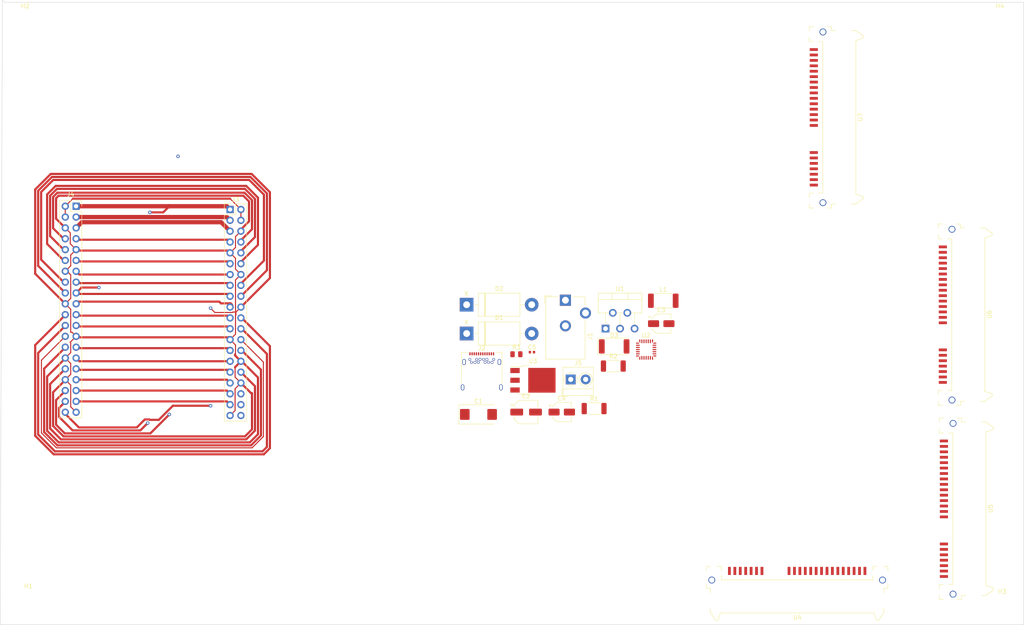
<source format=kicad_pcb>
(kicad_pcb (version 20211014) (generator pcbnew)
  (layers (0 "F.Cu" signal) (31 "B.Cu" signal) (34 "B.Paste" user) (35 "F.Paste" user) (36 "B.SilkS" user "B.Silkscreen") (37 "F.SilkS" user "F.Silkscreen") (38 "B.Mask" user) (39 "F.Mask" user) (44 "Edge.Cuts" user))
  (net 0 "")
  (net 1 "Net-(C1-Pad1)")
  (net 2 "GND")
  (net 3 "+5V")
  (net 4 "+12V")
  (net 5 "Net-(D1-Pad2)")
  (net 6 "Net-(D2-Pad1)")
  (net 7 "Net-(D3-Pad2)")
  (net 10 "Net-(J2-PadA5)")
  (net 11 "Net-(J2-PadA6)")
  (net 12 "Net-(J2-PadA7)")
  (net 18 "Net-(J2-PadB5)")
  (net 22 "+3.3V")
  (net 23 "5V")
  (net 24 "GPIO2_SDA1")
  (net 25 "GPIO3_SCL1")
  (net 26 "GPIO4_GPIO_GCLK")
  (net 27 "GPIO14_TXD0")
  (net 28 "GPIO15_RXD0")
  (net 29 "GPIO17_GEN0")
  (net 30 "GPIO18_GEN1")
  (net 31 "GPIO27_GEN2")
  (net 32 "GPIO22_GEN3")
  (net 33 "GPIO23_GEN4")
  (net 34 "GPIO24_GEN5")
  (net 35 "GPIO10_SPI_MOSI")
  (net 36 "GPIO9_SPI_MISO")
  (net 37 "GPIO25_GEN6")
  (net 38 "GPIO11_SPI_SCLK")
  (net 39 "GPIO8_SPI_CE0_N")
  (net 40 "GPIO7_SPI_CE1_N")
  (net 41 "ID_SD")
  (net 42 "ID_SC")
  (net 43 "GPIO5")
  (net 44 "GPIO6")
  (net 45 "GPIO12")
  (net 46 "GPIO13")
  (net 47 "GPIO19")
  (net 48 "+3V3")
  (net 49 "GPIO26")
  (net 52 "GPIO16")
  (net 53 "GPIO20")
  (net 54 "GPIO21")
  (net 56 "Net-(U2-Pad2)")
  (net 57 "Net-(U2-Pad3)")
  (net 58 "Net-(U2-Pad4)")
  (net 59 "Net-(U2-Pad5)")
  (net 60 "Net-(U2-Pad6)")
  (net 61 "Net-(U2-Pad7)")
  (net 62 "Net-(U2-Pad8)")
  (net 63 "Net-(U2-Pad9)")
  (net 64 "Net-(U2-Pad14)")
  (net 65 "Net-(U2-Pad15)")
  (net 66 "Net-(U2-Pad16)")
  (net 67 "Net-(U2-Pad17)")
  (net 68 "Net-(U2-Pad18)")
  (net 69 "Net-(U2-Pad19)")
  (net 70 "Net-(U2-Pad20)")
  (net 71 "Net-(U2-Pad21)")
  (footprint "MountingHole:MountingHole_2.2mm_M2" (layer "F.Cu") (at 30.226 18.796)
    (fp_text reference "H2")
    (fp_text value "MountingHole")
  )
  (footprint "Diode_THT:D_DO-201AD_P15.24mm_Horizontal" (layer "F.Cu") (at 133.647 92.304)
    (fp_text reference "D1")
    (fp_text value "1N5400")
  )
  (footprint "MountingHole:MountingHole_2.2mm_M2" (layer "F.Cu") (at 259.08 155.956)
    (fp_text reference "H3")
    (fp_text value "MountingHole")
  )
  (footprint "Capacitor_SMD:CP_Elec_5x5.8" (layer "F.Cu") (at 147.577 110.704)
    (fp_text reference "C2")
    (fp_text value "220uF")
  )
  (footprint "MountingHole:MountingHole_2.2mm_M2" (layer "F.Cu") (at 258.572 18.796)
    (fp_text reference "H4")
    (fp_text value "MountingHole")
  )
  (footprint "Connector_SATA_SAS:SATA_Amphenol_10029364-001LF_Horizontal" (layer "F.Cu") (at 246.194 87.884 -90)
    (fp_text reference "U6")
    (fp_text value "sata")
  )
  (footprint "Connector_PinHeader_2.54mm:PinHeader_2x20_P2.54mm_Vertical" (layer "F.Cu") (at 78.232 63.246)
    (fp_text reference "J3")
    (fp_text value "Connector_Generic_Conn_02x20_Odd_Even")
  )
  (footprint "TerminalBlock_MetzConnect:TerminalBlock_MetzConnect_Type059_RT06302HBWC_1x02_P3.50mm_Horizontal" (layer "F.Cu") (at 158.027 103.054)
    (fp_text reference "J5")
    (fp_text value "Screw_Terminal_01x02")
  )
  (footprint "Diode_THT:D_DO-201AD_P15.24mm_Horizontal" (layer "F.Cu") (at 133.647 85.554)
    (fp_text reference "D2")
    (fp_text value "1N5822")
  )
  (footprint "Capacitor_Tantalum_SMD:CP_EIA-7343-43_Kemet-X_Pad2.25x2.55mm_HandSolder" (layer "F.Cu") (at 136.417 111.254)
    (fp_text reference "C1")
    (fp_text value "680uF")
  )
  (footprint "Connector_USB:USB_C_Receptacle_Amphenol_12401548E4-2A" (layer "F.Cu") (at 137.187 102.074)
    (fp_text reference "J2")
    (fp_text value "USB_C_Receptacle")
  )
  (footprint "Package_TO_SOT_THT:TO-220-5_P3.4x3.7mm_StaggerOdd_Lead3.8mm_Vertical" (layer "F.Cu") (at 166.187 91.154)
    (fp_text reference "U1")
    (fp_text value "LM2596T-5")
  )
  (footprint "Package_TO_SOT_SMD:TO-252-3_TabPin2" (layer "F.Cu") (at 149.177 103.254)
    (fp_text reference "U3")
    (fp_text value "LM1117-3.3")
  )
  (footprint "Resistor_SMD:R_2010_5025Metric" (layer "F.Cu") (at 168.007 99.924)
    (fp_text reference "R2")
    (fp_text value "5.1K")
  )
  (footprint "Capacitor_SMD:C_0402_1005Metric" (layer "F.Cu") (at 148.947 96.664)
    (fp_text reference "C5")
    (fp_text value "0.1uF")
  )
  (footprint "Resistor_SMD:R_2010_5025Metric" (layer "F.Cu") (at 163.507 109.884)
    (fp_text reference "R1")
    (fp_text value "5.1K")
  )
  (footprint "Connector_SATA_SAS:SATA_Amphenol_10029364-001LF_Horizontal" (layer "F.Cu") (at 211.074 148.912 180)
    (fp_text reference "U4")
    (fp_text value "sata")
  )
  (footprint "Capacitor_SMD:CP_Elec_4x3" (layer "F.Cu") (at 179.237 89.994)
    (fp_text reference "C3")
    (fp_text value "10uF/50V")
  )
  (footprint "Inductor_SMD:L_2512_6332Metric" (layer "F.Cu") (at 179.707 84.624)
    (fp_text reference "L1")
    (fp_text value "33uH")
  )
  (footprint "Capacitor_SMD:CP_Elec_4x4.5" (layer "F.Cu") (at 155.927 110.704)
    (fp_text reference "C4")
    (fp_text value "22uF/50V")
  )
  (footprint "Connector_SATA_SAS:SATA_Amphenol_10029364-001LF_Horizontal" (layer "F.Cu") (at 246.448 133.35 -90)
    (fp_text reference "U5")
    (fp_text value "sata")
  )
  (footprint "Resistor_SMD:R_0805_2012Metric" (layer "F.Cu") (at 145.307 97.154)
    (fp_text reference "R3")
    (fp_text value "220ohms")
  )
  (footprint "LED_SMD:LED_2512_6332Metric" (layer "F.Cu") (at 168.207 95.324)
    (fp_text reference "D3")
    (fp_text value "LED")
  )
  (footprint "Package_DFN_QFN:QFN-28_4x4mm_P0.5mm" (layer "F.Cu") (at 175.697 96.064)
    (fp_text reference "U2")
    (fp_text value "MAX14661ETI_")
  )
  (footprint "Connector_SATA_SAS:SATA_Amphenol_10029364-001LF_Horizontal" (layer "F.Cu") (at 215.968 41.656 -90)
    (fp_text reference "U7")
    (fp_text value "sata")
  )
  (footprint "Connector_PinSocket_2.54mm:PinSocket_2x20_P2.54mm_Vertical" (layer "F.Cu") (at 42.164 62.484)
    (fp_text reference "J4")
    (fp_text value "Connector_Generic_Conn_02x20_Odd_Even")
  )
  (footprint "Connector_BarrelJack:BarrelJack_CUI_PJ-102AH_Horizontal" (layer "F.Cu") (at 156.787 84.504)
    (fp_text reference "J1")
    (fp_text value "Barrel_Jack_Switch")
  )
  (footprint "MountingHole:MountingHole_2.2mm_M2" (layer "F.Cu") (at 30.988 154.686)
    (fp_text reference "H1")
    (fp_text value "MountingHole")
  )
  (gr_poly (pts (xy 25.4 14.732) (xy 264.16 14.732) (xy 264.16 160.528) (xy 24.384 160.528) (xy 24.892 14.224)) (layer "Edge.Cuts") (width 0.1) (fill none))
  (segment (start 79.597489 87.280511) (end 78.835489 87.280511) (width 0.25) (layer "F.Cu") (net 2))
  (segment (start 39.624 103.124) (end 40.894 101.854) (width 0.25) (layer "F.Cu") (net 2))
  (segment (start 41.218089 92.018089) (end 40.894 92.018089) (width 0.25) (layer "F.Cu") (net 2))
  (segment (start 79.406511 102.520511) (end 80.772 103.886) (width 0.25) (layer "F.Cu") (net 2))
  (segment (start 40.894 92.018089) (end 40.894 86.614) (width 0.25) (layer "F.Cu") (net 2))
  (segment (start 87.560669 79.317331) (end 80.772 86.106) (width 0.5) (layer "F.Cu") (net 2))
  (segment (start 79.597489 87.979489) (end 79.502 87.884) (width 0.25) (layer "F.Cu") (net 2))
  (segment (start 40.894 109.474) (end 40.894 104.394) (width 0.25) (layer "F.Cu") (net 2))
  (segment (start 42.164 92.964) (end 41.218089 92.018089) (width 0.25) (layer "F.Cu") (net 2))
  (segment (start 77.8918 72.8726) (end 78.125 73.1058) (width 0.5) (layer "F.Cu") (net 2))
  (segment (start 42.164 110.744) (end 40.894 109.474) (width 0.25) (layer "F.Cu") (net 2))
  (segment (start 40.894 96.774) (end 40.894 94.500222) (width 0.25) (layer "F.Cu") (net 2))
  (segment (start 79.406511 97.440511) (end 79.406511 97.186511) (width 0.5) (layer "F.Cu") (net 2))
  (segment (start 38.056681 60.014049) (end 81.32332 60.01405) (width 0.5) (layer "F.Cu") (net 2))
  (segment (start 36.223436 54.922404) (end 83.290214 54.922404) (width 0.5) (layer "F.Cu") (net 2))
  (segment (start 87.560669 59.192859) (end 87.560669 79.317331) (width 0.5) (layer "F.Cu") (net 2))
  (segment (start 40.894 73.914) (end 42.164 72.644) (width 0.25) (layer "F.Cu") (net 2))
  (segment (start 40.894 86.614) (end 39.624 85.344) (width 0.25) (layer "F.Cu") (net 2))
  (segment (start 79.502 87.884) (end 79.502 92.456) (width 0.25) (layer "F.Cu") (net 2))
  (segment (start 79.502 94.996) (end 79.502 97.091022) (width 0.25) (layer "F.Cu") (net 2))
  (segment (start 81.32332 60.01405) (end 82.664031 61.354761) (width 0.5) (layer "F.Cu") (net 2))
  (segment (start 39.4716 103.3526) (end 36.773051 106.051149) (width 0.5) (layer "F.Cu") (net 2))
  (segment (start 40.798511 71.278511) (end 40.798511 68.738511) (width 0.25) (layer "F.Cu") (net 2))
  (segment (start 77.8918 93.1926) (end 78.125 93.4258) (width 0.5) (layer "F.Cu") (net 2))
  (segment (start 79.406511 105.251489) (end 79.406511 110.331489) (width 0.25) (layer "F.Cu") (net 2))
  (segment (start 37.47257 60.59816) (end 38.056681 60.014049) (width 0.5) (layer "F.Cu") (net 2))
  (segment (start 35.374013 102.370187) (end 35.374013 115.103283) (width 0.5) (layer "F.Cu") (net 2))
  (segment (start 39.624 85.344) (end 40.894 84.074) (width 0.25) (layer "F.Cu") (net 2))
  (segment (start 39.624 67.564) (end 37.47257 65.41257) (width 0.5) (layer "F.Cu") (net 2))
  (segment (start 80.772 98.806) (end 79.406511 97.440511) (width 0.5) (layer "F.Cu") (net 2))
  (segment (start 78.232 73.406) (end 79.502 74.676) (width 0.25) (layer "F.Cu") (net 2))
  (segment (start 83.36355 114.75645) (end 83.36355 106.28435) (width 0.5) (layer "F.Cu") (net 2))
  (segment (start 79.502 92.456) (end 78.232 93.726) (width 0.25) (layer "F.Cu") (net 2))
  (segment (start 32.575937 78.295937) (end 32.575937 58.569903) (width 0.5) (layer "F.Cu") (net 2))
  (segment (start 79.502 97.091022) (end 79.406511 97.186511) (width 0.25) (layer "F.Cu") (net 2))
  (segment (start 39.4716 98.2726) (end 35.374013 102.370187) (width 0.5) (layer "F.Cu") (net 2))
  (segment (start 80.772 86.106) (end 79.597489 87.280511) (width 0.25) (layer "F.Cu") (net 2))
  (segment (start 82.664031 61.354761) (end 82.664031 66.026769) (width 0.5) (layer "F.Cu") (net 2))
  (segment (start 82.862405 117.797595) (end 84.762588 115.897412) (width 0.5) (layer "F.Cu") (net 2))
  (segment (start 37.47257 65.15857) (end 37.47257 60.59816) (width 0.5) (layer "F.Cu") (net 2))
  (segment (start 79.406511 100.234511) (end 79.406511 102.520511) (width 0.25) (layer "F.Cu") (net 2))
  (segment (start 79.406511 110.331489) (end 78.232 111.506) (width 0.25) (layer "F.Cu") (net 2))
  (segment (start 42.164 72.644) (end 40.798511 71.278511) (width 0.25) (layer "F.Cu") (net 2))
  (segment (start 42.0116 72.8726) (end 77.8918 72.8726) (width 0.5) (layer "F.Cu") (net 2))
  (segment (start 40.760889 94.367111) (end 42.164 92.964) (width 0.25) (layer "F.Cu") (net 2))
  (segment (start 82.664031 66.026769) (end 80.665 68.0258) (width 0.5) (layer "F.Cu") (net 2))
  (segment (start 74.676 87.376) (end 73.66 86.36) (width 0.25) (layer "F.Cu") (net 2))
  (segment (start 81.721443 116.398557) (end 83.36355 114.75645) (width 0.5) (layer "F.Cu") (net 2))
  (segment (start 80.772 103.886) (end 79.406511 105.251489) (width 0.25) (layer "F.Cu") (net 2))
  (segment (start 78.835489 87.280511) (end 78.74 87.376) (width 0.25) (layer "F.Cu") (net 2))
  (segment (start 79.502 69.596) (end 79.502 72.136) (width 0.25) (layer "F.Cu") (net 2))
  (segment (start 39.209287 116.398557) (end 81.721443 116.398557) (width 0.5) (layer "F.Cu") (net 2))
  (segment (start 39.624 98.044) (end 40.894 96.774) (width 0.25) (layer "F.Cu") (net 2))
  (segment (start 80.772 98.806) (end 79.406511 100.171489) (width 0.5) (layer "F.Cu") (net 2))
  (segment (start 79.502 77.216) (end 80.772 78.486) (width 0.25) (layer "F.Cu") (net 2))
  (segment (start 40.894 84.074) (end 40.894 78.562506) (width 0.25) (layer "F.Cu") (net 2))
  (segment (start 40.894 104.394) (end 39.624 103.124) (width 0.25) (layer "F.Cu") (net 2))
  (segment (start 40.894 76.454) (end 40.894 73.914) (width 0.25) (layer "F.Cu") (net 2))
  (segment (start 80.772 78.486) (end 79.502 79.756) (width 0.25) (layer "F.Cu") (net 2))
  (segment (start 39.624 77.724) (end 40.894 76.454) (width 0.25) (layer "F.Cu") (net 2))
  (segment (start 79.502 79.756) (end 79.502 87.884) (width 0.25) (layer "F.Cu") (net 2))
  (segment (start 38.068326 117.797596) (end 82.862405 117.797595) (width 0.5) (layer "F.Cu") (net 2))
  (segment (start 42.0116 93.1926) (end 77.8918 93.1926) (width 0.5) (layer "F.Cu") (net 2))
  (segment (start 78.74 87.376) (end 74.676 87.376) (width 0.25) (layer "F.Cu") (net 2))
  (segment (start 84.762588 115.897412) (end 84.762588 102.603388) (width 0.5) (layer "F.Cu") (net 2))
  (segment (start 32.575937 58.569903) (end 36.223436 54.922404) (width 0.5) (layer "F.Cu") (net 2))
  (segment (start 37.47257 65.41257) (end 37.47257 65.15857) (width 0.5) (layer "F.Cu") (net 2))
  (segment (start 35.374013 115.103283) (end 38.068326 117.797596) (width 0.5) (layer "F.Cu") (net 2))
  (segment (start 79.406511 100.171489) (end 79.406511 100.234511) (width 0.5) (layer "F.Cu") (net 2))
  (segment (start 83.17035 106.28435) (end 80.772 103.886) (width 0.5) (layer "F.Cu") (net 2))
  (segment (start 36.773051 113.962321) (end 39.209287 116.398557) (width 0.5) (layer "F.Cu") (net 2))
  (segment (start 83.290214 54.922404) (end 87.560669 59.192859) (width 0.5) (layer "F.Cu") (net 2))
  (segment (start 40.894 78.562506) (end 39.839747 77.508253) (width 0.25) (layer "F.Cu") (net 2))
  (segment (start 84.762588 102.603388) (end 80.665 98.5058) (width 0.5) (layer "F.Cu") (net 2))
  (segment (start 79.597489 87.280511) (end 79.597489 87.979489) (width 0.25) (layer "F.Cu") (net 2))
  (segment (start 40.894 94.500222) (end 40.760889 94.367111) (width 0.25) (layer "F.Cu") (net 2))
  (segment (start 78.232 93.726) (end 79.502 94.996) (width 0.25) (layer "F.Cu") (net 2))
  (segment (start 36.773051 106.051149) (end 36.773051 113.962321) (width 0.5) (layer "F.Cu") (net 2))
  (segment (start 79.502 74.676) (end 79.502 77.216) (width 0.25) (layer "F.Cu") (net 2))
  (segment (start 79.502 72.136) (end 78.232 73.406) (width 0.25) (layer "F.Cu") (net 2))
  (segment (start 40.798511 68.738511) (end 39.624 67.564) (width 0.25) (layer "F.Cu") (net 2))
  (segment (start 40.894 101.854) (end 40.894 99.314) (width 0.25) (layer "F.Cu") (net 2))
  (segment (start 39.624 85.344) (end 32.575937 78.295937) (width 0.5) (layer "F.Cu") (net 2))
  (segment (start 80.772 68.326) (end 79.502 69.596) (width 0.25) (layer "F.Cu") (net 2))
  (segment (start 83.36355 106.28435) (end 83.17035 106.28435) (width 0.5) (layer "F.Cu") (net 2))
  (segment (start 40.894 99.314) (end 39.624 98.044) (width 0.25) (layer "F.Cu") (net 2))
  (via (at 73.66 86.36) (size 0.8) (drill 0.4) (layers "F.Cu" "B.Cu") (net 2))
  (via (at 66.04 50.8) (size 0.8) (drill 0.4) (layers "F.Cu" "B.Cu") (net 2))
  (segment (start 42.164 62.484) (end 64.008 62.484) (width 1) (layer "F.Cu") (net 22))
  (segment (start 77.8918 62.7126) (end 78.125 62.9458) (width 0.5) (layer "F.Cu") (net 22))
  (segment (start 42.164 82.804) (end 43.434 81.534) (width 0.5) (layer "F.Cu") (net 22))
  (segment (start 62.5675 63.9245) (end 64.008 62.484) (width 0.5) (layer "F.Cu") (net 22))
  (segment (start 77.47 62.484) (end 78.232 63.246) (width 1) (layer "F.Cu") (net 22))
  (segment (start 43.434 81.534) (end 47.498 81.534) (width 0.5) (layer "F.Cu") (net 22))
  (segment (start 77.8918 83.0326) (end 78.125 83.2658) (width 0.5) (layer "F.Cu") (net 22))
  (segment (start 42.0116 83.0326) (end 77.8918 83.0326) (width 0.5) (layer "F.Cu") (net 22))
  (segment (start 64.008 62.484) (end 77.47 62.484) (width 1) (layer "F.Cu") (net 22))
  (segment (start 59.436 63.9245) (end 62.5675 63.9245) (width 0.5) (layer "F.Cu") (net 22))
  (via (at 59.436 63.9245) (size 0.8) (drill 0.4) (layers "F.Cu" "B.Cu") (net 22))
  (via (at 47.498 81.534) (size 0.8) (drill 0.4) (layers "F.Cu" "B.Cu") (net 22))
  (segment (start 59.436 64.008) (end 59.436 63.9245) (width 0.5) (layer "B.Cu") (net 22))
  (segment (start 41.394431 60.713569) (end 39.624 62.484) (width 0.25) (layer "F.Cu") (net 23))
  (segment (start 39.624 62.484) (end 39.624 65.024) (width 0.25) (layer "F.Cu") (net 23))
  (segment (start 41.394431 60.713569) (end 78.239569 60.713569) (width 0.5) (layer "F.Cu") (net 23))
  (segment (start 78.239569 60.713569) (end 80.772 63.246) (width 0.25) (layer "F.Cu") (net 23))
  (segment (start 80.772 63.246) (end 80.772 65.786) (width 0.25) (layer "F.Cu") (net 23))
  (segment (start 42.164 65.024) (end 77.47 65.024) (width 1) (layer "F.Cu") (net 24))
  (segment (start 77.47 65.024) (end 78.232 65.786) (width 1) (layer "F.Cu") (net 24))
  (segment (start 43.50448 66.22352) (end 42.164 67.564) (width 1) (layer "F.Cu") (net 25))
  (segment (start 76.12952 66.22352) (end 43.50448 66.22352) (width 1) (layer "F.Cu") (net 25))
  (segment (start 78.232 68.326) (end 76.12952 66.22352) (width 1) (layer "F.Cu") (net 25))
  (segment (start 42.0116 70.3326) (end 77.8918 70.3326) (width 0.5) (layer "F.Cu") (net 26))
  (segment (start 77.8918 70.3326) (end 78.125 70.5658) (width 0.5) (layer "F.Cu") (net 26))
  (segment (start 81.613071 59.314531) (end 83.363551 61.065011) (width 0.5) (layer "F.Cu") (net 27))
  (segment (start 39.4716 70.3326) (end 36.773051 67.634051) (width 0.5) (layer "F.Cu") (net 27))
  (segment (start 37.766929 59.314531) (end 81.613071 59.314531) (width 0.5) (layer "F.Cu") (net 27))
  (segment (start 83.363551 67.867249) (end 80.665 70.5658) (width 0.5) (layer "F.Cu") (net 27))
  (segment (start 36.773051 67.634051) (end 36.773051 60.308409) (width 0.5) (layer "F.Cu") (net 27))
  (segment (start 36.773051 60.308409) (end 37.766929 59.314531) (width 0.5) (layer "F.Cu") (net 27))
  (segment (start 83.363551 61.065011) (end 83.363551 67.867249) (width 0.5) (layer "F.Cu") (net 27))
  (segment (start 39.4716 72.8726) (end 36.073532 69.474532) (width 0.5) (layer "F.Cu") (net 28))
  (segment (start 37.67219 58.42) (end 81.70781 58.42) (width 0.5) (layer "F.Cu") (net 28))
  (segment (start 36.073532 60.018658) (end 37.67219 58.42) (width 0.5) (layer "F.Cu") (net 28))
  (segment (start 84.063071 69.707729) (end 80.665 73.1058) (width 0.5) (layer "F.Cu") (net 28))
  (segment (start 81.70781 58.42) (end 84.063071 60.775261) (width 0.5) (layer "F.Cu") (net 28))
  (segment (start 36.073532 69.474532) (end 36.073532 60.018658) (width 0.5) (layer "F.Cu") (net 28))
  (segment (start 84.063071 60.775261) (end 84.063071 69.707729) (width 0.5) (layer "F.Cu") (net 28))
  (segment (start 42.0116 75.4126) (end 77.8918 75.4126) (width 0.5) (layer "F.Cu") (net 29))
  (segment (start 77.8918 75.4126) (end 78.125 75.6458) (width 0.5) (layer "F.Cu") (net 29))
  (segment (start 39.4716 75.4126) (end 35.374013 71.315013) (width 0.5) (layer "F.Cu") (net 30))
  (segment (start 84.76259 71.54821) (end 80.665 75.6458) (width 0.5) (layer "F.Cu") (net 30))
  (segment (start 37.38244 57.72048) (end 81.997561 57.720481) (width 0.5) (layer "F.Cu") (net 30))
  (segment (start 35.374013 71.315013) (end 35.374013 59.728907) (width 0.5) (layer "F.Cu") (net 30))
  (segment (start 81.997561 57.720481) (end 84.76259 60.48551) (width 0.5) (layer "F.Cu") (net 30))
  (segment (start 84.76259 60.48551) (end 84.76259 71.54821) (width 0.5) (layer "F.Cu") (net 30))
  (segment (start 35.374013 59.728907) (end 37.38244 57.72048) (width 0.5) (layer "F.Cu") (net 30))
  (segment (start 42.926 78.486) (end 42.164 77.724) (width 0.5) (layer "F.Cu") (net 31))
  (segment (start 78.232 78.486) (end 42.926 78.486) (width 0.5) (layer "F.Cu") (net 31))
  (segment (start 77.8918 80.4926) (end 78.125 80.7258) (width 0.5) (layer "F.Cu") (net 32))
  (segment (start 42.0116 80.4926) (end 77.8918 80.4926) (width 0.5) (layer "F.Cu") (net 32))
  (segment (start 82.710712 56.321442) (end 86.161629 59.772359) (width 0.5) (layer "F.Cu") (net 33))
  (segment (start 86.161629 59.772359) (end 86.161629 75.229171) (width 0.5) (layer "F.Cu") (net 33))
  (segment (start 33.974975 59.149405) (end 36.802938 56.321442) (width 0.5) (layer "F.Cu") (net 33))
  (segment (start 33.974975 74.995975) (end 33.974975 59.149405) (width 0.5) (layer "F.Cu") (net 33))
  (segment (start 39.4716 80.4926) (end 33.974975 74.995975) (width 0.5) (layer "F.Cu") (net 33))
  (segment (start 86.161629 75.229171) (end 80.665 80.7258) (width 0.5) (layer "F.Cu") (net 33))
  (segment (start 36.802938 56.321442) (end 82.710712 56.321442) (width 0.5) (layer "F.Cu") (net 33))
  (segment (start 86.861148 59.482608) (end 86.861148 77.476852) (width 0.5) (layer "F.Cu") (net 34))
  (segment (start 39.624 82.804) (end 33.275456 76.455456) (width 0.5) (layer "F.Cu") (net 34))
  (segment (start 33.275456 76.455456) (end 33.275456 58.859654) (width 0.5) (layer "F.Cu") (net 34))
  (segment (start 36.513187 55.621923) (end 83.000463 55.621923) (width 0.5) (layer "F.Cu") (net 34))
  (segment (start 33.275456 58.859654) (end 36.513187 55.621923) (width 0.5) (layer "F.Cu") (net 34))
  (segment (start 86.861148 77.476852) (end 80.772 83.566) (width 0.5) (layer "F.Cu") (net 34))
  (segment (start 83.000463 55.621923) (end 86.861148 59.482608) (width 0.5) (layer "F.Cu") (net 34))
  (segment (start 78.69952 86.043773) (end 78.362973 86.38032) (width 0.5) (layer "F.Cu") (net 35))
  (segment (start 78.69952 85.567827) (end 78.69952 86.043773) (width 0.5) (layer "F.Cu") (net 35))
  (segment (start 42.672 84.836) (end 75.692 84.836) (width 0.5) (layer "F.Cu") (net 35))
  (segment (start 78.362973 86.38032) (end 78.232 86.38032) (width 0.5) (layer "F.Cu") (net 35))
  (segment (start 75.692 84.836) (end 76.08728 85.23128) (width 0.5) (layer "F.Cu") (net 35))
  (segment (start 76.08728 85.23128) (end 78.362973 85.23128) (width 0.5) (layer "F.Cu") (net 35))
  (segment (start 78.362973 85.23128) (end 78.69952 85.567827) (width 0.5) (layer "F.Cu") (net 35))
  (segment (start 42.164 85.344) (end 42.672 84.836) (width 0.5) (layer "F.Cu") (net 35))
  (segment (start 77.8918 88.1126) (end 78.125 88.3458) (width 0.5) (layer "F.Cu") (net 36))
  (segment (start 42.0116 88.1126) (end 77.8918 88.1126) (width 0.5) (layer "F.Cu") (net 36))
  (segment (start 32.575937 116.262287) (end 36.909322 120.595672) (width 0.5) (layer "F.Cu") (net 37))
  (segment (start 86.133598 120.595672) (end 87.560664 119.168606) (width 0.5) (layer "F.Cu") (net 37))
  (segment (start 39.4716 88.1126) (end 32.575937 95.008263) (width 0.5) (layer "F.Cu") (net 37))
  (segment (start 36.909322 120.595672) (end 86.133598 120.595672) (width 0.5) (layer "F.Cu") (net 37))
  (segment (start 32.575937 95.008263) (end 32.575937 116.262287) (width 0.5) (layer "F.Cu") (net 37))
  (segment (start 87.560664 95.241464) (end 80.665 88.3458) (width 0.5) (layer "F.Cu") (net 37))
  (segment (start 87.560664 119.168606) (end 87.560664 95.241464) (width 0.5) (layer "F.Cu") (net 37))
  (segment (start 77.8918 90.6526) (end 78.125 90.8858) (width 0.5) (layer "F.Cu") (net 38))
  (segment (start 42.0116 90.6526) (end 77.8918 90.6526) (width 0.5) (layer "F.Cu") (net 38))
  (segment (start 86.861145 97.081945) (end 80.665 90.8858) (width 0.5) (layer "F.Cu") (net 39))
  (segment (start 86.861145 118.878855) (end 86.861145 97.081945) (width 0.5) (layer "F.Cu") (net 39))
  (segment (start 37.199073 119.896153) (end 85.843847 119.896153) (width 0.5) (layer "F.Cu") (net 39))
  (segment (start 39.4716 90.6526) (end 33.275456 96.848744) (width 0.5) (layer "F.Cu") (net 39))
  (segment (start 33.275456 115.972536) (end 37.199073 119.896153) (width 0.5) (layer "F.Cu") (net 39))
  (segment (start 33.275456 96.848744) (end 33.275456 115.972536) (width 0.5) (layer "F.Cu") (net 39))
  (segment (start 85.843847 119.896153) (end 86.861145 118.878855) (width 0.5) (layer "F.Cu") (net 39))
  (segment (start 86.036626 98.990626) (end 86.036626 116.425137) (width 0.25) (layer "F.Cu") (net 40))
  (segment (start 37.540599 119.071633) (end 34.036 115.567034) (width 0.25) (layer "F.Cu") (net 40))
  (segment (start 86.036626 116.425137) (end 83.390129 119.071634) (width 0.25) (layer "F.Cu") (net 40))
  (segment (start 83.390129 119.071634) (end 37.540599 119.071633) (width 0.25) (layer "F.Cu") (net 40))
  (segment (start 34.036 115.567034) (end 34.036 98.552) (width 0.25) (layer "F.Cu") (net 40))
  (segment (start 80.772 93.726) (end 86.036626 98.990626) (width 0.25) (layer "F.Cu") (net 40))
  (segment (start 34.036 98.552) (end 39.624 92.964) (width 0.25) (layer "F.Cu") (net 40))
  (segment (start 42.0116 95.7326) (end 77.8918 95.7326) (width 0.5) (layer "F.Cu") (net 41))
  (segment (start 77.8918 95.7326) (end 78.125 95.9658) (width 0.5) (layer "F.Cu") (net 41))
  (segment (start 34.674494 115.393034) (end 37.778574 118.497114) (width 0.5) (layer "F.Cu") (net 42))
  (segment (start 37.778574 118.497114) (end 83.152156 118.497114) (width 0.5) (layer "F.Cu") (net 42))
  (segment (start 85.462107 116.187163) (end 85.462107 100.762907) (width 0.5) (layer "F.Cu") (net 42))
  (segment (start 85.462107 100.762907) (end 80.665 95.9658) (width 0.5) (layer "F.Cu") (net 42))
  (segment (start 34.674494 100.529706) (end 34.674494 115.393034) (width 0.5) (layer "F.Cu") (net 42))
  (segment (start 83.152156 118.497114) (end 85.462107 116.187163) (width 0.5) (layer "F.Cu") (net 42))
  (segment (start 39.4716 95.7326) (end 34.674494 100.529706) (width 0.5) (layer "F.Cu") (net 42))
  (segment (start 42.926 98.806) (end 42.164 98.044) (width 0.5) (layer "F.Cu") (net 43))
  (segment (start 78.232 98.806) (end 42.926 98.806) (width 0.5) (layer "F.Cu") (net 43))
  (segment (start 77.8918 100.8126) (end 78.125 101.0458) (width 0.5) (layer "F.Cu") (net 44))
  (segment (start 42.0116 100.8126) (end 77.8918 100.8126) (width 0.5) (layer "F.Cu") (net 44))
  (segment (start 82.011194 117.098076) (end 84.06307 115.0462) (width 0.5) (layer "F.Cu") (net 45))
  (segment (start 39.624 100.584) (end 36.073532 104.134468) (width 0.5) (layer "F.Cu") (net 45))
  (segment (start 84.06307 104.63707) (end 80.772 101.346) (width 0.5) (layer "F.Cu") (net 45))
  (segment (start 38.608 117.098076) (end 82.011194 117.098076) (width 0.5) (layer "F.Cu") (net 45))
  (segment (start 36.073532 104.134468) (end 36.073532 114.563608) (width 0.5) (layer "F.Cu") (net 45))
  (segment (start 84.06307 115.0462) (end 84.06307 104.63707) (width 0.5) (layer "F.Cu") (net 45))
  (segment (start 36.073532 114.563608) (end 38.608 117.098076) (width 0.5) (layer "F.Cu") (net 45))
  (segment (start 77.47 103.124) (end 78.232 103.886) (width 0.5) (layer "F.Cu") (net 46))
  (segment (start 42.164 103.124) (end 77.47 103.124) (width 0.5) (layer "F.Cu") (net 46))
  (segment (start 42.164 105.664) (end 77.47 105.664) (width 0.5) (layer "F.Cu") (net 47))
  (segment (start 77.47 105.664) (end 78.232 106.426) (width 0.5) (layer "F.Cu") (net 47))
  (segment (start 42.164 108.204) (end 77.47 108.204) (width 0.5) (layer "F.Cu") (net 49))
  (segment (start 77.47 108.204) (end 78.232 108.966) (width 0.5) (layer "F.Cu") (net 49))
  (segment (start 39.499038 115.699038) (end 37.47257 113.67257) (width 0.5) (layer "F.Cu") (net 52))
  (segment (start 37.47257 107.89163) (end 39.4716 105.8926) (width 0.5) (layer "F.Cu") (net 52))
  (segment (start 37.47257 113.67257) (end 37.47257 107.89163) (width 0.5) (layer "F.Cu") (net 52))
  (segment (start 64.008 111.252) (end 59.560962 115.699038) (width 0.5) (layer "F.Cu") (net 52))
  (segment (start 59.560962 115.699038) (end 39.499038 115.699038) (width 0.5) (layer "F.Cu") (net 52))
  (via (at 64.008 111.252) (size 0.8) (drill 0.4) (layers "F.Cu" "B.Cu") (net 52))
  (segment (start 38.172089 109.732111) (end 39.4716 108.4326) (width 0.5) (layer "F.Cu") (net 53))
  (segment (start 58.928 113.284) (end 57.212482 114.999518) (width 0.5) (layer "F.Cu") (net 53))
  (segment (start 57.212482 114.999518) (end 41.339518 114.999518) (width 0.5) (layer "F.Cu") (net 53))
  (segment (start 41.339518 114.999518) (end 38.172089 111.832089) (width 0.5) (layer "F.Cu") (net 53))
  (segment (start 38.172089 111.832089) (end 38.172089 109.732111) (width 0.5) (layer "F.Cu") (net 53))
  (via (at 58.928 113.284) (size 0.8) (drill 0.4) (layers "F.Cu" "B.Cu") (net 53))
  (segment (start 59.436 112.522) (end 59.348489 112.434489) (width 0.5) (layer "F.Cu") (net 54))
  (segment (start 58.253511 112.434489) (end 56.388 114.3) (width 0.5) (layer "F.Cu") (net 54))
  (segment (start 59.348489 112.434489) (end 58.253511 112.434489) (width 0.5) (layer "F.Cu") (net 54))
  (segment (start 64.838609 109.22) (end 61.536609 112.522) (width 0.5) (layer "F.Cu") (net 54))
  (segment (start 56.388 114.3) (end 42.799 114.3) (width 0.5) (layer "F.Cu") (net 54))
  (segment (start 42.799 114.3) (end 39.4716 110.9726) (width 0.5) (layer "F.Cu") (net 54))
  (segment (start 73.66 109.22) (end 64.838609 109.22) (width 0.5) (layer "F.Cu") (net 54))
  (segment (start 61.536609 112.522) (end 59.436 112.522) (width 0.5) (layer "F.Cu") (net 54))
  (via (at 73.66 109.22) (size 0.8) (drill 0.4) (layers "F.Cu" "B.Cu") (net 54))
)
</source>
